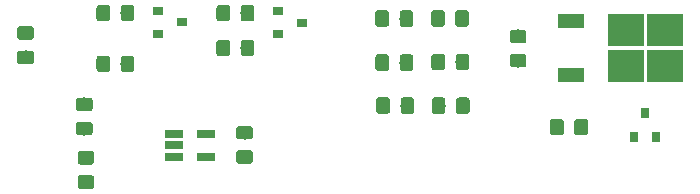
<source format=gbr>
G04 #@! TF.GenerationSoftware,KiCad,Pcbnew,(5.1.4)-1*
G04 #@! TF.CreationDate,2021-07-02T22:09:11-07:00*
G04 #@! TF.ProjectId,RocketPi,526f636b-6574-4506-992e-6b696361645f,rev?*
G04 #@! TF.SameCoordinates,Original*
G04 #@! TF.FileFunction,Paste,Top*
G04 #@! TF.FilePolarity,Positive*
%FSLAX46Y46*%
G04 Gerber Fmt 4.6, Leading zero omitted, Abs format (unit mm)*
G04 Created by KiCad (PCBNEW (5.1.4)-1) date 2021-07-02 22:09:11*
%MOMM*%
%LPD*%
G04 APERTURE LIST*
%ADD10C,0.100000*%
%ADD11C,1.150000*%
%ADD12R,1.560000X0.650000*%
%ADD13R,0.900000X0.800000*%
%ADD14R,3.050000X2.750000*%
%ADD15R,2.200000X1.200000*%
%ADD16R,0.800000X0.900000*%
G04 APERTURE END LIST*
D10*
G36*
X105997105Y-50507604D02*
G01*
X106021373Y-50511204D01*
X106045172Y-50517165D01*
X106068271Y-50525430D01*
X106090450Y-50535920D01*
X106111493Y-50548532D01*
X106131199Y-50563147D01*
X106149377Y-50579623D01*
X106165853Y-50597801D01*
X106180468Y-50617507D01*
X106193080Y-50638550D01*
X106203570Y-50660729D01*
X106211835Y-50683828D01*
X106217796Y-50707627D01*
X106221396Y-50731895D01*
X106222600Y-50756399D01*
X106222600Y-51656401D01*
X106221396Y-51680905D01*
X106217796Y-51705173D01*
X106211835Y-51728972D01*
X106203570Y-51752071D01*
X106193080Y-51774250D01*
X106180468Y-51795293D01*
X106165853Y-51814999D01*
X106149377Y-51833177D01*
X106131199Y-51849653D01*
X106111493Y-51864268D01*
X106090450Y-51876880D01*
X106068271Y-51887370D01*
X106045172Y-51895635D01*
X106021373Y-51901596D01*
X105997105Y-51905196D01*
X105972601Y-51906400D01*
X105322599Y-51906400D01*
X105298095Y-51905196D01*
X105273827Y-51901596D01*
X105250028Y-51895635D01*
X105226929Y-51887370D01*
X105204750Y-51876880D01*
X105183707Y-51864268D01*
X105164001Y-51849653D01*
X105145823Y-51833177D01*
X105129347Y-51814999D01*
X105114732Y-51795293D01*
X105102120Y-51774250D01*
X105091630Y-51752071D01*
X105083365Y-51728972D01*
X105077404Y-51705173D01*
X105073804Y-51680905D01*
X105072600Y-51656401D01*
X105072600Y-50756399D01*
X105073804Y-50731895D01*
X105077404Y-50707627D01*
X105083365Y-50683828D01*
X105091630Y-50660729D01*
X105102120Y-50638550D01*
X105114732Y-50617507D01*
X105129347Y-50597801D01*
X105145823Y-50579623D01*
X105164001Y-50563147D01*
X105183707Y-50548532D01*
X105204750Y-50535920D01*
X105226929Y-50525430D01*
X105250028Y-50517165D01*
X105273827Y-50511204D01*
X105298095Y-50507604D01*
X105322599Y-50506400D01*
X105972601Y-50506400D01*
X105997105Y-50507604D01*
X105997105Y-50507604D01*
G37*
D11*
X105647600Y-51206400D03*
D10*
G36*
X103947105Y-50507604D02*
G01*
X103971373Y-50511204D01*
X103995172Y-50517165D01*
X104018271Y-50525430D01*
X104040450Y-50535920D01*
X104061493Y-50548532D01*
X104081199Y-50563147D01*
X104099377Y-50579623D01*
X104115853Y-50597801D01*
X104130468Y-50617507D01*
X104143080Y-50638550D01*
X104153570Y-50660729D01*
X104161835Y-50683828D01*
X104167796Y-50707627D01*
X104171396Y-50731895D01*
X104172600Y-50756399D01*
X104172600Y-51656401D01*
X104171396Y-51680905D01*
X104167796Y-51705173D01*
X104161835Y-51728972D01*
X104153570Y-51752071D01*
X104143080Y-51774250D01*
X104130468Y-51795293D01*
X104115853Y-51814999D01*
X104099377Y-51833177D01*
X104081199Y-51849653D01*
X104061493Y-51864268D01*
X104040450Y-51876880D01*
X104018271Y-51887370D01*
X103995172Y-51895635D01*
X103971373Y-51901596D01*
X103947105Y-51905196D01*
X103922601Y-51906400D01*
X103272599Y-51906400D01*
X103248095Y-51905196D01*
X103223827Y-51901596D01*
X103200028Y-51895635D01*
X103176929Y-51887370D01*
X103154750Y-51876880D01*
X103133707Y-51864268D01*
X103114001Y-51849653D01*
X103095823Y-51833177D01*
X103079347Y-51814999D01*
X103064732Y-51795293D01*
X103052120Y-51774250D01*
X103041630Y-51752071D01*
X103033365Y-51728972D01*
X103027404Y-51705173D01*
X103023804Y-51680905D01*
X103022600Y-51656401D01*
X103022600Y-50756399D01*
X103023804Y-50731895D01*
X103027404Y-50707627D01*
X103033365Y-50683828D01*
X103041630Y-50660729D01*
X103052120Y-50638550D01*
X103064732Y-50617507D01*
X103079347Y-50597801D01*
X103095823Y-50579623D01*
X103114001Y-50563147D01*
X103133707Y-50548532D01*
X103154750Y-50535920D01*
X103176929Y-50525430D01*
X103200028Y-50517165D01*
X103223827Y-50511204D01*
X103248095Y-50507604D01*
X103272599Y-50506400D01*
X103922601Y-50506400D01*
X103947105Y-50507604D01*
X103947105Y-50507604D01*
G37*
D11*
X103597600Y-51206400D03*
D10*
G36*
X103951905Y-54235604D02*
G01*
X103976173Y-54239204D01*
X103999972Y-54245165D01*
X104023071Y-54253430D01*
X104045250Y-54263920D01*
X104066293Y-54276532D01*
X104085999Y-54291147D01*
X104104177Y-54307623D01*
X104120653Y-54325801D01*
X104135268Y-54345507D01*
X104147880Y-54366550D01*
X104158370Y-54388729D01*
X104166635Y-54411828D01*
X104172596Y-54435627D01*
X104176196Y-54459895D01*
X104177400Y-54484399D01*
X104177400Y-55384401D01*
X104176196Y-55408905D01*
X104172596Y-55433173D01*
X104166635Y-55456972D01*
X104158370Y-55480071D01*
X104147880Y-55502250D01*
X104135268Y-55523293D01*
X104120653Y-55542999D01*
X104104177Y-55561177D01*
X104085999Y-55577653D01*
X104066293Y-55592268D01*
X104045250Y-55604880D01*
X104023071Y-55615370D01*
X103999972Y-55623635D01*
X103976173Y-55629596D01*
X103951905Y-55633196D01*
X103927401Y-55634400D01*
X103277399Y-55634400D01*
X103252895Y-55633196D01*
X103228627Y-55629596D01*
X103204828Y-55623635D01*
X103181729Y-55615370D01*
X103159550Y-55604880D01*
X103138507Y-55592268D01*
X103118801Y-55577653D01*
X103100623Y-55561177D01*
X103084147Y-55542999D01*
X103069532Y-55523293D01*
X103056920Y-55502250D01*
X103046430Y-55480071D01*
X103038165Y-55456972D01*
X103032204Y-55433173D01*
X103028604Y-55408905D01*
X103027400Y-55384401D01*
X103027400Y-54484399D01*
X103028604Y-54459895D01*
X103032204Y-54435627D01*
X103038165Y-54411828D01*
X103046430Y-54388729D01*
X103056920Y-54366550D01*
X103069532Y-54345507D01*
X103084147Y-54325801D01*
X103100623Y-54307623D01*
X103118801Y-54291147D01*
X103138507Y-54276532D01*
X103159550Y-54263920D01*
X103181729Y-54253430D01*
X103204828Y-54245165D01*
X103228627Y-54239204D01*
X103252895Y-54235604D01*
X103277399Y-54234400D01*
X103927401Y-54234400D01*
X103951905Y-54235604D01*
X103951905Y-54235604D01*
G37*
D11*
X103602400Y-54934400D03*
D10*
G36*
X106001905Y-54235604D02*
G01*
X106026173Y-54239204D01*
X106049972Y-54245165D01*
X106073071Y-54253430D01*
X106095250Y-54263920D01*
X106116293Y-54276532D01*
X106135999Y-54291147D01*
X106154177Y-54307623D01*
X106170653Y-54325801D01*
X106185268Y-54345507D01*
X106197880Y-54366550D01*
X106208370Y-54388729D01*
X106216635Y-54411828D01*
X106222596Y-54435627D01*
X106226196Y-54459895D01*
X106227400Y-54484399D01*
X106227400Y-55384401D01*
X106226196Y-55408905D01*
X106222596Y-55433173D01*
X106216635Y-55456972D01*
X106208370Y-55480071D01*
X106197880Y-55502250D01*
X106185268Y-55523293D01*
X106170653Y-55542999D01*
X106154177Y-55561177D01*
X106135999Y-55577653D01*
X106116293Y-55592268D01*
X106095250Y-55604880D01*
X106073071Y-55615370D01*
X106049972Y-55623635D01*
X106026173Y-55629596D01*
X106001905Y-55633196D01*
X105977401Y-55634400D01*
X105327399Y-55634400D01*
X105302895Y-55633196D01*
X105278627Y-55629596D01*
X105254828Y-55623635D01*
X105231729Y-55615370D01*
X105209550Y-55604880D01*
X105188507Y-55592268D01*
X105168801Y-55577653D01*
X105150623Y-55561177D01*
X105134147Y-55542999D01*
X105119532Y-55523293D01*
X105106920Y-55502250D01*
X105096430Y-55480071D01*
X105088165Y-55456972D01*
X105082204Y-55433173D01*
X105078604Y-55408905D01*
X105077400Y-55384401D01*
X105077400Y-54484399D01*
X105078604Y-54459895D01*
X105082204Y-54435627D01*
X105088165Y-54411828D01*
X105096430Y-54388729D01*
X105106920Y-54366550D01*
X105119532Y-54345507D01*
X105134147Y-54325801D01*
X105150623Y-54307623D01*
X105168801Y-54291147D01*
X105188507Y-54276532D01*
X105209550Y-54263920D01*
X105231729Y-54253430D01*
X105254828Y-54245165D01*
X105278627Y-54239204D01*
X105302895Y-54235604D01*
X105327399Y-54234400D01*
X105977401Y-54234400D01*
X106001905Y-54235604D01*
X106001905Y-54235604D01*
G37*
D11*
X105652400Y-54934400D03*
D10*
G36*
X108671505Y-50490204D02*
G01*
X108695773Y-50493804D01*
X108719572Y-50499765D01*
X108742671Y-50508030D01*
X108764850Y-50518520D01*
X108785893Y-50531132D01*
X108805599Y-50545747D01*
X108823777Y-50562223D01*
X108840253Y-50580401D01*
X108854868Y-50600107D01*
X108867480Y-50621150D01*
X108877970Y-50643329D01*
X108886235Y-50666428D01*
X108892196Y-50690227D01*
X108895796Y-50714495D01*
X108897000Y-50738999D01*
X108897000Y-51639001D01*
X108895796Y-51663505D01*
X108892196Y-51687773D01*
X108886235Y-51711572D01*
X108877970Y-51734671D01*
X108867480Y-51756850D01*
X108854868Y-51777893D01*
X108840253Y-51797599D01*
X108823777Y-51815777D01*
X108805599Y-51832253D01*
X108785893Y-51846868D01*
X108764850Y-51859480D01*
X108742671Y-51869970D01*
X108719572Y-51878235D01*
X108695773Y-51884196D01*
X108671505Y-51887796D01*
X108647001Y-51889000D01*
X107996999Y-51889000D01*
X107972495Y-51887796D01*
X107948227Y-51884196D01*
X107924428Y-51878235D01*
X107901329Y-51869970D01*
X107879150Y-51859480D01*
X107858107Y-51846868D01*
X107838401Y-51832253D01*
X107820223Y-51815777D01*
X107803747Y-51797599D01*
X107789132Y-51777893D01*
X107776520Y-51756850D01*
X107766030Y-51734671D01*
X107757765Y-51711572D01*
X107751804Y-51687773D01*
X107748204Y-51663505D01*
X107747000Y-51639001D01*
X107747000Y-50738999D01*
X107748204Y-50714495D01*
X107751804Y-50690227D01*
X107757765Y-50666428D01*
X107766030Y-50643329D01*
X107776520Y-50621150D01*
X107789132Y-50600107D01*
X107803747Y-50580401D01*
X107820223Y-50562223D01*
X107838401Y-50545747D01*
X107858107Y-50531132D01*
X107879150Y-50518520D01*
X107901329Y-50508030D01*
X107924428Y-50499765D01*
X107948227Y-50493804D01*
X107972495Y-50490204D01*
X107996999Y-50489000D01*
X108647001Y-50489000D01*
X108671505Y-50490204D01*
X108671505Y-50490204D01*
G37*
D11*
X108322000Y-51189000D03*
D10*
G36*
X110721505Y-50490204D02*
G01*
X110745773Y-50493804D01*
X110769572Y-50499765D01*
X110792671Y-50508030D01*
X110814850Y-50518520D01*
X110835893Y-50531132D01*
X110855599Y-50545747D01*
X110873777Y-50562223D01*
X110890253Y-50580401D01*
X110904868Y-50600107D01*
X110917480Y-50621150D01*
X110927970Y-50643329D01*
X110936235Y-50666428D01*
X110942196Y-50690227D01*
X110945796Y-50714495D01*
X110947000Y-50738999D01*
X110947000Y-51639001D01*
X110945796Y-51663505D01*
X110942196Y-51687773D01*
X110936235Y-51711572D01*
X110927970Y-51734671D01*
X110917480Y-51756850D01*
X110904868Y-51777893D01*
X110890253Y-51797599D01*
X110873777Y-51815777D01*
X110855599Y-51832253D01*
X110835893Y-51846868D01*
X110814850Y-51859480D01*
X110792671Y-51869970D01*
X110769572Y-51878235D01*
X110745773Y-51884196D01*
X110721505Y-51887796D01*
X110697001Y-51889000D01*
X110046999Y-51889000D01*
X110022495Y-51887796D01*
X109998227Y-51884196D01*
X109974428Y-51878235D01*
X109951329Y-51869970D01*
X109929150Y-51859480D01*
X109908107Y-51846868D01*
X109888401Y-51832253D01*
X109870223Y-51815777D01*
X109853747Y-51797599D01*
X109839132Y-51777893D01*
X109826520Y-51756850D01*
X109816030Y-51734671D01*
X109807765Y-51711572D01*
X109801804Y-51687773D01*
X109798204Y-51663505D01*
X109797000Y-51639001D01*
X109797000Y-50738999D01*
X109798204Y-50714495D01*
X109801804Y-50690227D01*
X109807765Y-50666428D01*
X109816030Y-50643329D01*
X109826520Y-50621150D01*
X109839132Y-50600107D01*
X109853747Y-50580401D01*
X109870223Y-50562223D01*
X109888401Y-50545747D01*
X109908107Y-50531132D01*
X109929150Y-50518520D01*
X109951329Y-50508030D01*
X109974428Y-50499765D01*
X109998227Y-50493804D01*
X110022495Y-50490204D01*
X110046999Y-50489000D01*
X110697001Y-50489000D01*
X110721505Y-50490204D01*
X110721505Y-50490204D01*
G37*
D11*
X110372000Y-51189000D03*
D10*
G36*
X108696905Y-54190604D02*
G01*
X108721173Y-54194204D01*
X108744972Y-54200165D01*
X108768071Y-54208430D01*
X108790250Y-54218920D01*
X108811293Y-54231532D01*
X108830999Y-54246147D01*
X108849177Y-54262623D01*
X108865653Y-54280801D01*
X108880268Y-54300507D01*
X108892880Y-54321550D01*
X108903370Y-54343729D01*
X108911635Y-54366828D01*
X108917596Y-54390627D01*
X108921196Y-54414895D01*
X108922400Y-54439399D01*
X108922400Y-55339401D01*
X108921196Y-55363905D01*
X108917596Y-55388173D01*
X108911635Y-55411972D01*
X108903370Y-55435071D01*
X108892880Y-55457250D01*
X108880268Y-55478293D01*
X108865653Y-55497999D01*
X108849177Y-55516177D01*
X108830999Y-55532653D01*
X108811293Y-55547268D01*
X108790250Y-55559880D01*
X108768071Y-55570370D01*
X108744972Y-55578635D01*
X108721173Y-55584596D01*
X108696905Y-55588196D01*
X108672401Y-55589400D01*
X108022399Y-55589400D01*
X107997895Y-55588196D01*
X107973627Y-55584596D01*
X107949828Y-55578635D01*
X107926729Y-55570370D01*
X107904550Y-55559880D01*
X107883507Y-55547268D01*
X107863801Y-55532653D01*
X107845623Y-55516177D01*
X107829147Y-55497999D01*
X107814532Y-55478293D01*
X107801920Y-55457250D01*
X107791430Y-55435071D01*
X107783165Y-55411972D01*
X107777204Y-55388173D01*
X107773604Y-55363905D01*
X107772400Y-55339401D01*
X107772400Y-54439399D01*
X107773604Y-54414895D01*
X107777204Y-54390627D01*
X107783165Y-54366828D01*
X107791430Y-54343729D01*
X107801920Y-54321550D01*
X107814532Y-54300507D01*
X107829147Y-54280801D01*
X107845623Y-54262623D01*
X107863801Y-54246147D01*
X107883507Y-54231532D01*
X107904550Y-54218920D01*
X107926729Y-54208430D01*
X107949828Y-54200165D01*
X107973627Y-54194204D01*
X107997895Y-54190604D01*
X108022399Y-54189400D01*
X108672401Y-54189400D01*
X108696905Y-54190604D01*
X108696905Y-54190604D01*
G37*
D11*
X108347400Y-54889400D03*
D10*
G36*
X110746905Y-54190604D02*
G01*
X110771173Y-54194204D01*
X110794972Y-54200165D01*
X110818071Y-54208430D01*
X110840250Y-54218920D01*
X110861293Y-54231532D01*
X110880999Y-54246147D01*
X110899177Y-54262623D01*
X110915653Y-54280801D01*
X110930268Y-54300507D01*
X110942880Y-54321550D01*
X110953370Y-54343729D01*
X110961635Y-54366828D01*
X110967596Y-54390627D01*
X110971196Y-54414895D01*
X110972400Y-54439399D01*
X110972400Y-55339401D01*
X110971196Y-55363905D01*
X110967596Y-55388173D01*
X110961635Y-55411972D01*
X110953370Y-55435071D01*
X110942880Y-55457250D01*
X110930268Y-55478293D01*
X110915653Y-55497999D01*
X110899177Y-55516177D01*
X110880999Y-55532653D01*
X110861293Y-55547268D01*
X110840250Y-55559880D01*
X110818071Y-55570370D01*
X110794972Y-55578635D01*
X110771173Y-55584596D01*
X110746905Y-55588196D01*
X110722401Y-55589400D01*
X110072399Y-55589400D01*
X110047895Y-55588196D01*
X110023627Y-55584596D01*
X109999828Y-55578635D01*
X109976729Y-55570370D01*
X109954550Y-55559880D01*
X109933507Y-55547268D01*
X109913801Y-55532653D01*
X109895623Y-55516177D01*
X109879147Y-55497999D01*
X109864532Y-55478293D01*
X109851920Y-55457250D01*
X109841430Y-55435071D01*
X109833165Y-55411972D01*
X109827204Y-55388173D01*
X109823604Y-55363905D01*
X109822400Y-55339401D01*
X109822400Y-54439399D01*
X109823604Y-54414895D01*
X109827204Y-54390627D01*
X109833165Y-54366828D01*
X109841430Y-54343729D01*
X109851920Y-54321550D01*
X109864532Y-54300507D01*
X109879147Y-54280801D01*
X109895623Y-54262623D01*
X109913801Y-54246147D01*
X109933507Y-54231532D01*
X109954550Y-54218920D01*
X109976729Y-54208430D01*
X109999828Y-54200165D01*
X110023627Y-54194204D01*
X110047895Y-54190604D01*
X110072399Y-54189400D01*
X110722401Y-54189400D01*
X110746905Y-54190604D01*
X110746905Y-54190604D01*
G37*
D11*
X110397400Y-54889400D03*
D12*
X88675200Y-61000600D03*
X88675200Y-62900600D03*
X85975200Y-62900600D03*
X85975200Y-61950600D03*
X85975200Y-61000600D03*
D10*
G36*
X82388705Y-54343004D02*
G01*
X82412973Y-54346604D01*
X82436772Y-54352565D01*
X82459871Y-54360830D01*
X82482050Y-54371320D01*
X82503093Y-54383932D01*
X82522799Y-54398547D01*
X82540977Y-54415023D01*
X82557453Y-54433201D01*
X82572068Y-54452907D01*
X82584680Y-54473950D01*
X82595170Y-54496129D01*
X82603435Y-54519228D01*
X82609396Y-54543027D01*
X82612996Y-54567295D01*
X82614200Y-54591799D01*
X82614200Y-55491801D01*
X82612996Y-55516305D01*
X82609396Y-55540573D01*
X82603435Y-55564372D01*
X82595170Y-55587471D01*
X82584680Y-55609650D01*
X82572068Y-55630693D01*
X82557453Y-55650399D01*
X82540977Y-55668577D01*
X82522799Y-55685053D01*
X82503093Y-55699668D01*
X82482050Y-55712280D01*
X82459871Y-55722770D01*
X82436772Y-55731035D01*
X82412973Y-55736996D01*
X82388705Y-55740596D01*
X82364201Y-55741800D01*
X81714199Y-55741800D01*
X81689695Y-55740596D01*
X81665427Y-55736996D01*
X81641628Y-55731035D01*
X81618529Y-55722770D01*
X81596350Y-55712280D01*
X81575307Y-55699668D01*
X81555601Y-55685053D01*
X81537423Y-55668577D01*
X81520947Y-55650399D01*
X81506332Y-55630693D01*
X81493720Y-55609650D01*
X81483230Y-55587471D01*
X81474965Y-55564372D01*
X81469004Y-55540573D01*
X81465404Y-55516305D01*
X81464200Y-55491801D01*
X81464200Y-54591799D01*
X81465404Y-54567295D01*
X81469004Y-54543027D01*
X81474965Y-54519228D01*
X81483230Y-54496129D01*
X81493720Y-54473950D01*
X81506332Y-54452907D01*
X81520947Y-54433201D01*
X81537423Y-54415023D01*
X81555601Y-54398547D01*
X81575307Y-54383932D01*
X81596350Y-54371320D01*
X81618529Y-54360830D01*
X81641628Y-54352565D01*
X81665427Y-54346604D01*
X81689695Y-54343004D01*
X81714199Y-54341800D01*
X82364201Y-54341800D01*
X82388705Y-54343004D01*
X82388705Y-54343004D01*
G37*
D11*
X82039200Y-55041800D03*
D10*
G36*
X80338705Y-54343004D02*
G01*
X80362973Y-54346604D01*
X80386772Y-54352565D01*
X80409871Y-54360830D01*
X80432050Y-54371320D01*
X80453093Y-54383932D01*
X80472799Y-54398547D01*
X80490977Y-54415023D01*
X80507453Y-54433201D01*
X80522068Y-54452907D01*
X80534680Y-54473950D01*
X80545170Y-54496129D01*
X80553435Y-54519228D01*
X80559396Y-54543027D01*
X80562996Y-54567295D01*
X80564200Y-54591799D01*
X80564200Y-55491801D01*
X80562996Y-55516305D01*
X80559396Y-55540573D01*
X80553435Y-55564372D01*
X80545170Y-55587471D01*
X80534680Y-55609650D01*
X80522068Y-55630693D01*
X80507453Y-55650399D01*
X80490977Y-55668577D01*
X80472799Y-55685053D01*
X80453093Y-55699668D01*
X80432050Y-55712280D01*
X80409871Y-55722770D01*
X80386772Y-55731035D01*
X80362973Y-55736996D01*
X80338705Y-55740596D01*
X80314201Y-55741800D01*
X79664199Y-55741800D01*
X79639695Y-55740596D01*
X79615427Y-55736996D01*
X79591628Y-55731035D01*
X79568529Y-55722770D01*
X79546350Y-55712280D01*
X79525307Y-55699668D01*
X79505601Y-55685053D01*
X79487423Y-55668577D01*
X79470947Y-55650399D01*
X79456332Y-55630693D01*
X79443720Y-55609650D01*
X79433230Y-55587471D01*
X79424965Y-55564372D01*
X79419004Y-55540573D01*
X79415404Y-55516305D01*
X79414200Y-55491801D01*
X79414200Y-54591799D01*
X79415404Y-54567295D01*
X79419004Y-54543027D01*
X79424965Y-54519228D01*
X79433230Y-54496129D01*
X79443720Y-54473950D01*
X79456332Y-54452907D01*
X79470947Y-54433201D01*
X79487423Y-54415023D01*
X79505601Y-54398547D01*
X79525307Y-54383932D01*
X79546350Y-54371320D01*
X79568529Y-54360830D01*
X79591628Y-54352565D01*
X79615427Y-54346604D01*
X79639695Y-54343004D01*
X79664199Y-54341800D01*
X80314201Y-54341800D01*
X80338705Y-54343004D01*
X80338705Y-54343004D01*
G37*
D11*
X79989200Y-55041800D03*
D10*
G36*
X82388705Y-50031004D02*
G01*
X82412973Y-50034604D01*
X82436772Y-50040565D01*
X82459871Y-50048830D01*
X82482050Y-50059320D01*
X82503093Y-50071932D01*
X82522799Y-50086547D01*
X82540977Y-50103023D01*
X82557453Y-50121201D01*
X82572068Y-50140907D01*
X82584680Y-50161950D01*
X82595170Y-50184129D01*
X82603435Y-50207228D01*
X82609396Y-50231027D01*
X82612996Y-50255295D01*
X82614200Y-50279799D01*
X82614200Y-51179801D01*
X82612996Y-51204305D01*
X82609396Y-51228573D01*
X82603435Y-51252372D01*
X82595170Y-51275471D01*
X82584680Y-51297650D01*
X82572068Y-51318693D01*
X82557453Y-51338399D01*
X82540977Y-51356577D01*
X82522799Y-51373053D01*
X82503093Y-51387668D01*
X82482050Y-51400280D01*
X82459871Y-51410770D01*
X82436772Y-51419035D01*
X82412973Y-51424996D01*
X82388705Y-51428596D01*
X82364201Y-51429800D01*
X81714199Y-51429800D01*
X81689695Y-51428596D01*
X81665427Y-51424996D01*
X81641628Y-51419035D01*
X81618529Y-51410770D01*
X81596350Y-51400280D01*
X81575307Y-51387668D01*
X81555601Y-51373053D01*
X81537423Y-51356577D01*
X81520947Y-51338399D01*
X81506332Y-51318693D01*
X81493720Y-51297650D01*
X81483230Y-51275471D01*
X81474965Y-51252372D01*
X81469004Y-51228573D01*
X81465404Y-51204305D01*
X81464200Y-51179801D01*
X81464200Y-50279799D01*
X81465404Y-50255295D01*
X81469004Y-50231027D01*
X81474965Y-50207228D01*
X81483230Y-50184129D01*
X81493720Y-50161950D01*
X81506332Y-50140907D01*
X81520947Y-50121201D01*
X81537423Y-50103023D01*
X81555601Y-50086547D01*
X81575307Y-50071932D01*
X81596350Y-50059320D01*
X81618529Y-50048830D01*
X81641628Y-50040565D01*
X81665427Y-50034604D01*
X81689695Y-50031004D01*
X81714199Y-50029800D01*
X82364201Y-50029800D01*
X82388705Y-50031004D01*
X82388705Y-50031004D01*
G37*
D11*
X82039200Y-50729800D03*
D10*
G36*
X80338705Y-50031004D02*
G01*
X80362973Y-50034604D01*
X80386772Y-50040565D01*
X80409871Y-50048830D01*
X80432050Y-50059320D01*
X80453093Y-50071932D01*
X80472799Y-50086547D01*
X80490977Y-50103023D01*
X80507453Y-50121201D01*
X80522068Y-50140907D01*
X80534680Y-50161950D01*
X80545170Y-50184129D01*
X80553435Y-50207228D01*
X80559396Y-50231027D01*
X80562996Y-50255295D01*
X80564200Y-50279799D01*
X80564200Y-51179801D01*
X80562996Y-51204305D01*
X80559396Y-51228573D01*
X80553435Y-51252372D01*
X80545170Y-51275471D01*
X80534680Y-51297650D01*
X80522068Y-51318693D01*
X80507453Y-51338399D01*
X80490977Y-51356577D01*
X80472799Y-51373053D01*
X80453093Y-51387668D01*
X80432050Y-51400280D01*
X80409871Y-51410770D01*
X80386772Y-51419035D01*
X80362973Y-51424996D01*
X80338705Y-51428596D01*
X80314201Y-51429800D01*
X79664199Y-51429800D01*
X79639695Y-51428596D01*
X79615427Y-51424996D01*
X79591628Y-51419035D01*
X79568529Y-51410770D01*
X79546350Y-51400280D01*
X79525307Y-51387668D01*
X79505601Y-51373053D01*
X79487423Y-51356577D01*
X79470947Y-51338399D01*
X79456332Y-51318693D01*
X79443720Y-51297650D01*
X79433230Y-51275471D01*
X79424965Y-51252372D01*
X79419004Y-51228573D01*
X79415404Y-51204305D01*
X79414200Y-51179801D01*
X79414200Y-50279799D01*
X79415404Y-50255295D01*
X79419004Y-50231027D01*
X79424965Y-50207228D01*
X79433230Y-50184129D01*
X79443720Y-50161950D01*
X79456332Y-50140907D01*
X79470947Y-50121201D01*
X79487423Y-50103023D01*
X79505601Y-50086547D01*
X79525307Y-50071932D01*
X79546350Y-50059320D01*
X79568529Y-50048830D01*
X79591628Y-50040565D01*
X79615427Y-50034604D01*
X79639695Y-50031004D01*
X79664199Y-50029800D01*
X80314201Y-50029800D01*
X80338705Y-50031004D01*
X80338705Y-50031004D01*
G37*
D11*
X79989200Y-50729800D03*
D10*
G36*
X92546505Y-53004404D02*
G01*
X92570773Y-53008004D01*
X92594572Y-53013965D01*
X92617671Y-53022230D01*
X92639850Y-53032720D01*
X92660893Y-53045332D01*
X92680599Y-53059947D01*
X92698777Y-53076423D01*
X92715253Y-53094601D01*
X92729868Y-53114307D01*
X92742480Y-53135350D01*
X92752970Y-53157529D01*
X92761235Y-53180628D01*
X92767196Y-53204427D01*
X92770796Y-53228695D01*
X92772000Y-53253199D01*
X92772000Y-54153201D01*
X92770796Y-54177705D01*
X92767196Y-54201973D01*
X92761235Y-54225772D01*
X92752970Y-54248871D01*
X92742480Y-54271050D01*
X92729868Y-54292093D01*
X92715253Y-54311799D01*
X92698777Y-54329977D01*
X92680599Y-54346453D01*
X92660893Y-54361068D01*
X92639850Y-54373680D01*
X92617671Y-54384170D01*
X92594572Y-54392435D01*
X92570773Y-54398396D01*
X92546505Y-54401996D01*
X92522001Y-54403200D01*
X91871999Y-54403200D01*
X91847495Y-54401996D01*
X91823227Y-54398396D01*
X91799428Y-54392435D01*
X91776329Y-54384170D01*
X91754150Y-54373680D01*
X91733107Y-54361068D01*
X91713401Y-54346453D01*
X91695223Y-54329977D01*
X91678747Y-54311799D01*
X91664132Y-54292093D01*
X91651520Y-54271050D01*
X91641030Y-54248871D01*
X91632765Y-54225772D01*
X91626804Y-54201973D01*
X91623204Y-54177705D01*
X91622000Y-54153201D01*
X91622000Y-53253199D01*
X91623204Y-53228695D01*
X91626804Y-53204427D01*
X91632765Y-53180628D01*
X91641030Y-53157529D01*
X91651520Y-53135350D01*
X91664132Y-53114307D01*
X91678747Y-53094601D01*
X91695223Y-53076423D01*
X91713401Y-53059947D01*
X91733107Y-53045332D01*
X91754150Y-53032720D01*
X91776329Y-53022230D01*
X91799428Y-53013965D01*
X91823227Y-53008004D01*
X91847495Y-53004404D01*
X91871999Y-53003200D01*
X92522001Y-53003200D01*
X92546505Y-53004404D01*
X92546505Y-53004404D01*
G37*
D11*
X92197000Y-53703200D03*
D10*
G36*
X90496505Y-53004404D02*
G01*
X90520773Y-53008004D01*
X90544572Y-53013965D01*
X90567671Y-53022230D01*
X90589850Y-53032720D01*
X90610893Y-53045332D01*
X90630599Y-53059947D01*
X90648777Y-53076423D01*
X90665253Y-53094601D01*
X90679868Y-53114307D01*
X90692480Y-53135350D01*
X90702970Y-53157529D01*
X90711235Y-53180628D01*
X90717196Y-53204427D01*
X90720796Y-53228695D01*
X90722000Y-53253199D01*
X90722000Y-54153201D01*
X90720796Y-54177705D01*
X90717196Y-54201973D01*
X90711235Y-54225772D01*
X90702970Y-54248871D01*
X90692480Y-54271050D01*
X90679868Y-54292093D01*
X90665253Y-54311799D01*
X90648777Y-54329977D01*
X90630599Y-54346453D01*
X90610893Y-54361068D01*
X90589850Y-54373680D01*
X90567671Y-54384170D01*
X90544572Y-54392435D01*
X90520773Y-54398396D01*
X90496505Y-54401996D01*
X90472001Y-54403200D01*
X89821999Y-54403200D01*
X89797495Y-54401996D01*
X89773227Y-54398396D01*
X89749428Y-54392435D01*
X89726329Y-54384170D01*
X89704150Y-54373680D01*
X89683107Y-54361068D01*
X89663401Y-54346453D01*
X89645223Y-54329977D01*
X89628747Y-54311799D01*
X89614132Y-54292093D01*
X89601520Y-54271050D01*
X89591030Y-54248871D01*
X89582765Y-54225772D01*
X89576804Y-54201973D01*
X89573204Y-54177705D01*
X89572000Y-54153201D01*
X89572000Y-53253199D01*
X89573204Y-53228695D01*
X89576804Y-53204427D01*
X89582765Y-53180628D01*
X89591030Y-53157529D01*
X89601520Y-53135350D01*
X89614132Y-53114307D01*
X89628747Y-53094601D01*
X89645223Y-53076423D01*
X89663401Y-53059947D01*
X89683107Y-53045332D01*
X89704150Y-53032720D01*
X89726329Y-53022230D01*
X89749428Y-53013965D01*
X89773227Y-53008004D01*
X89797495Y-53004404D01*
X89821999Y-53003200D01*
X90472001Y-53003200D01*
X90496505Y-53004404D01*
X90496505Y-53004404D01*
G37*
D11*
X90147000Y-53703200D03*
D10*
G36*
X92546505Y-50054404D02*
G01*
X92570773Y-50058004D01*
X92594572Y-50063965D01*
X92617671Y-50072230D01*
X92639850Y-50082720D01*
X92660893Y-50095332D01*
X92680599Y-50109947D01*
X92698777Y-50126423D01*
X92715253Y-50144601D01*
X92729868Y-50164307D01*
X92742480Y-50185350D01*
X92752970Y-50207529D01*
X92761235Y-50230628D01*
X92767196Y-50254427D01*
X92770796Y-50278695D01*
X92772000Y-50303199D01*
X92772000Y-51203201D01*
X92770796Y-51227705D01*
X92767196Y-51251973D01*
X92761235Y-51275772D01*
X92752970Y-51298871D01*
X92742480Y-51321050D01*
X92729868Y-51342093D01*
X92715253Y-51361799D01*
X92698777Y-51379977D01*
X92680599Y-51396453D01*
X92660893Y-51411068D01*
X92639850Y-51423680D01*
X92617671Y-51434170D01*
X92594572Y-51442435D01*
X92570773Y-51448396D01*
X92546505Y-51451996D01*
X92522001Y-51453200D01*
X91871999Y-51453200D01*
X91847495Y-51451996D01*
X91823227Y-51448396D01*
X91799428Y-51442435D01*
X91776329Y-51434170D01*
X91754150Y-51423680D01*
X91733107Y-51411068D01*
X91713401Y-51396453D01*
X91695223Y-51379977D01*
X91678747Y-51361799D01*
X91664132Y-51342093D01*
X91651520Y-51321050D01*
X91641030Y-51298871D01*
X91632765Y-51275772D01*
X91626804Y-51251973D01*
X91623204Y-51227705D01*
X91622000Y-51203201D01*
X91622000Y-50303199D01*
X91623204Y-50278695D01*
X91626804Y-50254427D01*
X91632765Y-50230628D01*
X91641030Y-50207529D01*
X91651520Y-50185350D01*
X91664132Y-50164307D01*
X91678747Y-50144601D01*
X91695223Y-50126423D01*
X91713401Y-50109947D01*
X91733107Y-50095332D01*
X91754150Y-50082720D01*
X91776329Y-50072230D01*
X91799428Y-50063965D01*
X91823227Y-50058004D01*
X91847495Y-50054404D01*
X91871999Y-50053200D01*
X92522001Y-50053200D01*
X92546505Y-50054404D01*
X92546505Y-50054404D01*
G37*
D11*
X92197000Y-50753200D03*
D10*
G36*
X90496505Y-50054404D02*
G01*
X90520773Y-50058004D01*
X90544572Y-50063965D01*
X90567671Y-50072230D01*
X90589850Y-50082720D01*
X90610893Y-50095332D01*
X90630599Y-50109947D01*
X90648777Y-50126423D01*
X90665253Y-50144601D01*
X90679868Y-50164307D01*
X90692480Y-50185350D01*
X90702970Y-50207529D01*
X90711235Y-50230628D01*
X90717196Y-50254427D01*
X90720796Y-50278695D01*
X90722000Y-50303199D01*
X90722000Y-51203201D01*
X90720796Y-51227705D01*
X90717196Y-51251973D01*
X90711235Y-51275772D01*
X90702970Y-51298871D01*
X90692480Y-51321050D01*
X90679868Y-51342093D01*
X90665253Y-51361799D01*
X90648777Y-51379977D01*
X90630599Y-51396453D01*
X90610893Y-51411068D01*
X90589850Y-51423680D01*
X90567671Y-51434170D01*
X90544572Y-51442435D01*
X90520773Y-51448396D01*
X90496505Y-51451996D01*
X90472001Y-51453200D01*
X89821999Y-51453200D01*
X89797495Y-51451996D01*
X89773227Y-51448396D01*
X89749428Y-51442435D01*
X89726329Y-51434170D01*
X89704150Y-51423680D01*
X89683107Y-51411068D01*
X89663401Y-51396453D01*
X89645223Y-51379977D01*
X89628747Y-51361799D01*
X89614132Y-51342093D01*
X89601520Y-51321050D01*
X89591030Y-51298871D01*
X89582765Y-51275772D01*
X89576804Y-51251973D01*
X89573204Y-51227705D01*
X89572000Y-51203201D01*
X89572000Y-50303199D01*
X89573204Y-50278695D01*
X89576804Y-50254427D01*
X89582765Y-50230628D01*
X89591030Y-50207529D01*
X89601520Y-50185350D01*
X89614132Y-50164307D01*
X89628747Y-50144601D01*
X89645223Y-50126423D01*
X89663401Y-50109947D01*
X89683107Y-50095332D01*
X89704150Y-50082720D01*
X89726329Y-50072230D01*
X89749428Y-50063965D01*
X89773227Y-50058004D01*
X89797495Y-50054404D01*
X89821999Y-50053200D01*
X90472001Y-50053200D01*
X90496505Y-50054404D01*
X90496505Y-50054404D01*
G37*
D11*
X90147000Y-50753200D03*
D10*
G36*
X104032305Y-57873604D02*
G01*
X104056573Y-57877204D01*
X104080372Y-57883165D01*
X104103471Y-57891430D01*
X104125650Y-57901920D01*
X104146693Y-57914532D01*
X104166399Y-57929147D01*
X104184577Y-57945623D01*
X104201053Y-57963801D01*
X104215668Y-57983507D01*
X104228280Y-58004550D01*
X104238770Y-58026729D01*
X104247035Y-58049828D01*
X104252996Y-58073627D01*
X104256596Y-58097895D01*
X104257800Y-58122399D01*
X104257800Y-59022401D01*
X104256596Y-59046905D01*
X104252996Y-59071173D01*
X104247035Y-59094972D01*
X104238770Y-59118071D01*
X104228280Y-59140250D01*
X104215668Y-59161293D01*
X104201053Y-59180999D01*
X104184577Y-59199177D01*
X104166399Y-59215653D01*
X104146693Y-59230268D01*
X104125650Y-59242880D01*
X104103471Y-59253370D01*
X104080372Y-59261635D01*
X104056573Y-59267596D01*
X104032305Y-59271196D01*
X104007801Y-59272400D01*
X103357799Y-59272400D01*
X103333295Y-59271196D01*
X103309027Y-59267596D01*
X103285228Y-59261635D01*
X103262129Y-59253370D01*
X103239950Y-59242880D01*
X103218907Y-59230268D01*
X103199201Y-59215653D01*
X103181023Y-59199177D01*
X103164547Y-59180999D01*
X103149932Y-59161293D01*
X103137320Y-59140250D01*
X103126830Y-59118071D01*
X103118565Y-59094972D01*
X103112604Y-59071173D01*
X103109004Y-59046905D01*
X103107800Y-59022401D01*
X103107800Y-58122399D01*
X103109004Y-58097895D01*
X103112604Y-58073627D01*
X103118565Y-58049828D01*
X103126830Y-58026729D01*
X103137320Y-58004550D01*
X103149932Y-57983507D01*
X103164547Y-57963801D01*
X103181023Y-57945623D01*
X103199201Y-57929147D01*
X103218907Y-57914532D01*
X103239950Y-57901920D01*
X103262129Y-57891430D01*
X103285228Y-57883165D01*
X103309027Y-57877204D01*
X103333295Y-57873604D01*
X103357799Y-57872400D01*
X104007801Y-57872400D01*
X104032305Y-57873604D01*
X104032305Y-57873604D01*
G37*
D11*
X103682800Y-58572400D03*
D10*
G36*
X106082305Y-57873604D02*
G01*
X106106573Y-57877204D01*
X106130372Y-57883165D01*
X106153471Y-57891430D01*
X106175650Y-57901920D01*
X106196693Y-57914532D01*
X106216399Y-57929147D01*
X106234577Y-57945623D01*
X106251053Y-57963801D01*
X106265668Y-57983507D01*
X106278280Y-58004550D01*
X106288770Y-58026729D01*
X106297035Y-58049828D01*
X106302996Y-58073627D01*
X106306596Y-58097895D01*
X106307800Y-58122399D01*
X106307800Y-59022401D01*
X106306596Y-59046905D01*
X106302996Y-59071173D01*
X106297035Y-59094972D01*
X106288770Y-59118071D01*
X106278280Y-59140250D01*
X106265668Y-59161293D01*
X106251053Y-59180999D01*
X106234577Y-59199177D01*
X106216399Y-59215653D01*
X106196693Y-59230268D01*
X106175650Y-59242880D01*
X106153471Y-59253370D01*
X106130372Y-59261635D01*
X106106573Y-59267596D01*
X106082305Y-59271196D01*
X106057801Y-59272400D01*
X105407799Y-59272400D01*
X105383295Y-59271196D01*
X105359027Y-59267596D01*
X105335228Y-59261635D01*
X105312129Y-59253370D01*
X105289950Y-59242880D01*
X105268907Y-59230268D01*
X105249201Y-59215653D01*
X105231023Y-59199177D01*
X105214547Y-59180999D01*
X105199932Y-59161293D01*
X105187320Y-59140250D01*
X105176830Y-59118071D01*
X105168565Y-59094972D01*
X105162604Y-59071173D01*
X105159004Y-59046905D01*
X105157800Y-59022401D01*
X105157800Y-58122399D01*
X105159004Y-58097895D01*
X105162604Y-58073627D01*
X105168565Y-58049828D01*
X105176830Y-58026729D01*
X105187320Y-58004550D01*
X105199932Y-57983507D01*
X105214547Y-57963801D01*
X105231023Y-57945623D01*
X105249201Y-57929147D01*
X105268907Y-57914532D01*
X105289950Y-57901920D01*
X105312129Y-57891430D01*
X105335228Y-57883165D01*
X105359027Y-57877204D01*
X105383295Y-57873604D01*
X105407799Y-57872400D01*
X106057801Y-57872400D01*
X106082305Y-57873604D01*
X106082305Y-57873604D01*
G37*
D11*
X105732800Y-58572400D03*
D10*
G36*
X120796305Y-59702404D02*
G01*
X120820573Y-59706004D01*
X120844372Y-59711965D01*
X120867471Y-59720230D01*
X120889650Y-59730720D01*
X120910693Y-59743332D01*
X120930399Y-59757947D01*
X120948577Y-59774423D01*
X120965053Y-59792601D01*
X120979668Y-59812307D01*
X120992280Y-59833350D01*
X121002770Y-59855529D01*
X121011035Y-59878628D01*
X121016996Y-59902427D01*
X121020596Y-59926695D01*
X121021800Y-59951199D01*
X121021800Y-60851201D01*
X121020596Y-60875705D01*
X121016996Y-60899973D01*
X121011035Y-60923772D01*
X121002770Y-60946871D01*
X120992280Y-60969050D01*
X120979668Y-60990093D01*
X120965053Y-61009799D01*
X120948577Y-61027977D01*
X120930399Y-61044453D01*
X120910693Y-61059068D01*
X120889650Y-61071680D01*
X120867471Y-61082170D01*
X120844372Y-61090435D01*
X120820573Y-61096396D01*
X120796305Y-61099996D01*
X120771801Y-61101200D01*
X120121799Y-61101200D01*
X120097295Y-61099996D01*
X120073027Y-61096396D01*
X120049228Y-61090435D01*
X120026129Y-61082170D01*
X120003950Y-61071680D01*
X119982907Y-61059068D01*
X119963201Y-61044453D01*
X119945023Y-61027977D01*
X119928547Y-61009799D01*
X119913932Y-60990093D01*
X119901320Y-60969050D01*
X119890830Y-60946871D01*
X119882565Y-60923772D01*
X119876604Y-60899973D01*
X119873004Y-60875705D01*
X119871800Y-60851201D01*
X119871800Y-59951199D01*
X119873004Y-59926695D01*
X119876604Y-59902427D01*
X119882565Y-59878628D01*
X119890830Y-59855529D01*
X119901320Y-59833350D01*
X119913932Y-59812307D01*
X119928547Y-59792601D01*
X119945023Y-59774423D01*
X119963201Y-59757947D01*
X119982907Y-59743332D01*
X120003950Y-59730720D01*
X120026129Y-59720230D01*
X120049228Y-59711965D01*
X120073027Y-59706004D01*
X120097295Y-59702404D01*
X120121799Y-59701200D01*
X120771801Y-59701200D01*
X120796305Y-59702404D01*
X120796305Y-59702404D01*
G37*
D11*
X120446800Y-60401200D03*
D10*
G36*
X118746305Y-59702404D02*
G01*
X118770573Y-59706004D01*
X118794372Y-59711965D01*
X118817471Y-59720230D01*
X118839650Y-59730720D01*
X118860693Y-59743332D01*
X118880399Y-59757947D01*
X118898577Y-59774423D01*
X118915053Y-59792601D01*
X118929668Y-59812307D01*
X118942280Y-59833350D01*
X118952770Y-59855529D01*
X118961035Y-59878628D01*
X118966996Y-59902427D01*
X118970596Y-59926695D01*
X118971800Y-59951199D01*
X118971800Y-60851201D01*
X118970596Y-60875705D01*
X118966996Y-60899973D01*
X118961035Y-60923772D01*
X118952770Y-60946871D01*
X118942280Y-60969050D01*
X118929668Y-60990093D01*
X118915053Y-61009799D01*
X118898577Y-61027977D01*
X118880399Y-61044453D01*
X118860693Y-61059068D01*
X118839650Y-61071680D01*
X118817471Y-61082170D01*
X118794372Y-61090435D01*
X118770573Y-61096396D01*
X118746305Y-61099996D01*
X118721801Y-61101200D01*
X118071799Y-61101200D01*
X118047295Y-61099996D01*
X118023027Y-61096396D01*
X117999228Y-61090435D01*
X117976129Y-61082170D01*
X117953950Y-61071680D01*
X117932907Y-61059068D01*
X117913201Y-61044453D01*
X117895023Y-61027977D01*
X117878547Y-61009799D01*
X117863932Y-60990093D01*
X117851320Y-60969050D01*
X117840830Y-60946871D01*
X117832565Y-60923772D01*
X117826604Y-60899973D01*
X117823004Y-60875705D01*
X117821800Y-60851201D01*
X117821800Y-59951199D01*
X117823004Y-59926695D01*
X117826604Y-59902427D01*
X117832565Y-59878628D01*
X117840830Y-59855529D01*
X117851320Y-59833350D01*
X117863932Y-59812307D01*
X117878547Y-59792601D01*
X117895023Y-59774423D01*
X117913201Y-59757947D01*
X117932907Y-59743332D01*
X117953950Y-59730720D01*
X117976129Y-59720230D01*
X117999228Y-59711965D01*
X118023027Y-59706004D01*
X118047295Y-59702404D01*
X118071799Y-59701200D01*
X118721801Y-59701200D01*
X118746305Y-59702404D01*
X118746305Y-59702404D01*
G37*
D11*
X118396800Y-60401200D03*
D10*
G36*
X78858905Y-59954404D02*
G01*
X78883173Y-59958004D01*
X78906972Y-59963965D01*
X78930071Y-59972230D01*
X78952250Y-59982720D01*
X78973293Y-59995332D01*
X78992999Y-60009947D01*
X79011177Y-60026423D01*
X79027653Y-60044601D01*
X79042268Y-60064307D01*
X79054880Y-60085350D01*
X79065370Y-60107529D01*
X79073635Y-60130628D01*
X79079596Y-60154427D01*
X79083196Y-60178695D01*
X79084400Y-60203199D01*
X79084400Y-60853201D01*
X79083196Y-60877705D01*
X79079596Y-60901973D01*
X79073635Y-60925772D01*
X79065370Y-60948871D01*
X79054880Y-60971050D01*
X79042268Y-60992093D01*
X79027653Y-61011799D01*
X79011177Y-61029977D01*
X78992999Y-61046453D01*
X78973293Y-61061068D01*
X78952250Y-61073680D01*
X78930071Y-61084170D01*
X78906972Y-61092435D01*
X78883173Y-61098396D01*
X78858905Y-61101996D01*
X78834401Y-61103200D01*
X77934399Y-61103200D01*
X77909895Y-61101996D01*
X77885627Y-61098396D01*
X77861828Y-61092435D01*
X77838729Y-61084170D01*
X77816550Y-61073680D01*
X77795507Y-61061068D01*
X77775801Y-61046453D01*
X77757623Y-61029977D01*
X77741147Y-61011799D01*
X77726532Y-60992093D01*
X77713920Y-60971050D01*
X77703430Y-60948871D01*
X77695165Y-60925772D01*
X77689204Y-60901973D01*
X77685604Y-60877705D01*
X77684400Y-60853201D01*
X77684400Y-60203199D01*
X77685604Y-60178695D01*
X77689204Y-60154427D01*
X77695165Y-60130628D01*
X77703430Y-60107529D01*
X77713920Y-60085350D01*
X77726532Y-60064307D01*
X77741147Y-60044601D01*
X77757623Y-60026423D01*
X77775801Y-60009947D01*
X77795507Y-59995332D01*
X77816550Y-59982720D01*
X77838729Y-59972230D01*
X77861828Y-59963965D01*
X77885627Y-59958004D01*
X77909895Y-59954404D01*
X77934399Y-59953200D01*
X78834401Y-59953200D01*
X78858905Y-59954404D01*
X78858905Y-59954404D01*
G37*
D11*
X78384400Y-60528200D03*
D10*
G36*
X78858905Y-57904404D02*
G01*
X78883173Y-57908004D01*
X78906972Y-57913965D01*
X78930071Y-57922230D01*
X78952250Y-57932720D01*
X78973293Y-57945332D01*
X78992999Y-57959947D01*
X79011177Y-57976423D01*
X79027653Y-57994601D01*
X79042268Y-58014307D01*
X79054880Y-58035350D01*
X79065370Y-58057529D01*
X79073635Y-58080628D01*
X79079596Y-58104427D01*
X79083196Y-58128695D01*
X79084400Y-58153199D01*
X79084400Y-58803201D01*
X79083196Y-58827705D01*
X79079596Y-58851973D01*
X79073635Y-58875772D01*
X79065370Y-58898871D01*
X79054880Y-58921050D01*
X79042268Y-58942093D01*
X79027653Y-58961799D01*
X79011177Y-58979977D01*
X78992999Y-58996453D01*
X78973293Y-59011068D01*
X78952250Y-59023680D01*
X78930071Y-59034170D01*
X78906972Y-59042435D01*
X78883173Y-59048396D01*
X78858905Y-59051996D01*
X78834401Y-59053200D01*
X77934399Y-59053200D01*
X77909895Y-59051996D01*
X77885627Y-59048396D01*
X77861828Y-59042435D01*
X77838729Y-59034170D01*
X77816550Y-59023680D01*
X77795507Y-59011068D01*
X77775801Y-58996453D01*
X77757623Y-58979977D01*
X77741147Y-58961799D01*
X77726532Y-58942093D01*
X77713920Y-58921050D01*
X77703430Y-58898871D01*
X77695165Y-58875772D01*
X77689204Y-58851973D01*
X77685604Y-58827705D01*
X77684400Y-58803201D01*
X77684400Y-58153199D01*
X77685604Y-58128695D01*
X77689204Y-58104427D01*
X77695165Y-58080628D01*
X77703430Y-58057529D01*
X77713920Y-58035350D01*
X77726532Y-58014307D01*
X77741147Y-57994601D01*
X77757623Y-57976423D01*
X77775801Y-57959947D01*
X77795507Y-57945332D01*
X77816550Y-57932720D01*
X77838729Y-57922230D01*
X77861828Y-57913965D01*
X77885627Y-57908004D01*
X77909895Y-57904404D01*
X77934399Y-57903200D01*
X78834401Y-57903200D01*
X78858905Y-57904404D01*
X78858905Y-57904404D01*
G37*
D11*
X78384400Y-58478200D03*
D13*
X86614200Y-51529800D03*
X84614200Y-52479800D03*
X84614200Y-50579800D03*
X96772000Y-51553200D03*
X94772000Y-52503200D03*
X94772000Y-50603200D03*
D14*
X124208200Y-55201200D03*
X127558200Y-52151200D03*
X124208200Y-52151200D03*
X127558200Y-55201200D03*
D15*
X119583200Y-55956200D03*
X119583200Y-51396200D03*
D16*
X125857000Y-59232800D03*
X126807000Y-61232800D03*
X124907000Y-61232800D03*
D10*
G36*
X78985905Y-64468204D02*
G01*
X79010173Y-64471804D01*
X79033972Y-64477765D01*
X79057071Y-64486030D01*
X79079250Y-64496520D01*
X79100293Y-64509132D01*
X79119999Y-64523747D01*
X79138177Y-64540223D01*
X79154653Y-64558401D01*
X79169268Y-64578107D01*
X79181880Y-64599150D01*
X79192370Y-64621329D01*
X79200635Y-64644428D01*
X79206596Y-64668227D01*
X79210196Y-64692495D01*
X79211400Y-64716999D01*
X79211400Y-65367001D01*
X79210196Y-65391505D01*
X79206596Y-65415773D01*
X79200635Y-65439572D01*
X79192370Y-65462671D01*
X79181880Y-65484850D01*
X79169268Y-65505893D01*
X79154653Y-65525599D01*
X79138177Y-65543777D01*
X79119999Y-65560253D01*
X79100293Y-65574868D01*
X79079250Y-65587480D01*
X79057071Y-65597970D01*
X79033972Y-65606235D01*
X79010173Y-65612196D01*
X78985905Y-65615796D01*
X78961401Y-65617000D01*
X78061399Y-65617000D01*
X78036895Y-65615796D01*
X78012627Y-65612196D01*
X77988828Y-65606235D01*
X77965729Y-65597970D01*
X77943550Y-65587480D01*
X77922507Y-65574868D01*
X77902801Y-65560253D01*
X77884623Y-65543777D01*
X77868147Y-65525599D01*
X77853532Y-65505893D01*
X77840920Y-65484850D01*
X77830430Y-65462671D01*
X77822165Y-65439572D01*
X77816204Y-65415773D01*
X77812604Y-65391505D01*
X77811400Y-65367001D01*
X77811400Y-64716999D01*
X77812604Y-64692495D01*
X77816204Y-64668227D01*
X77822165Y-64644428D01*
X77830430Y-64621329D01*
X77840920Y-64599150D01*
X77853532Y-64578107D01*
X77868147Y-64558401D01*
X77884623Y-64540223D01*
X77902801Y-64523747D01*
X77922507Y-64509132D01*
X77943550Y-64496520D01*
X77965729Y-64486030D01*
X77988828Y-64477765D01*
X78012627Y-64471804D01*
X78036895Y-64468204D01*
X78061399Y-64467000D01*
X78961401Y-64467000D01*
X78985905Y-64468204D01*
X78985905Y-64468204D01*
G37*
D11*
X78511400Y-65042000D03*
D10*
G36*
X78985905Y-62418204D02*
G01*
X79010173Y-62421804D01*
X79033972Y-62427765D01*
X79057071Y-62436030D01*
X79079250Y-62446520D01*
X79100293Y-62459132D01*
X79119999Y-62473747D01*
X79138177Y-62490223D01*
X79154653Y-62508401D01*
X79169268Y-62528107D01*
X79181880Y-62549150D01*
X79192370Y-62571329D01*
X79200635Y-62594428D01*
X79206596Y-62618227D01*
X79210196Y-62642495D01*
X79211400Y-62666999D01*
X79211400Y-63317001D01*
X79210196Y-63341505D01*
X79206596Y-63365773D01*
X79200635Y-63389572D01*
X79192370Y-63412671D01*
X79181880Y-63434850D01*
X79169268Y-63455893D01*
X79154653Y-63475599D01*
X79138177Y-63493777D01*
X79119999Y-63510253D01*
X79100293Y-63524868D01*
X79079250Y-63537480D01*
X79057071Y-63547970D01*
X79033972Y-63556235D01*
X79010173Y-63562196D01*
X78985905Y-63565796D01*
X78961401Y-63567000D01*
X78061399Y-63567000D01*
X78036895Y-63565796D01*
X78012627Y-63562196D01*
X77988828Y-63556235D01*
X77965729Y-63547970D01*
X77943550Y-63537480D01*
X77922507Y-63524868D01*
X77902801Y-63510253D01*
X77884623Y-63493777D01*
X77868147Y-63475599D01*
X77853532Y-63455893D01*
X77840920Y-63434850D01*
X77830430Y-63412671D01*
X77822165Y-63389572D01*
X77816204Y-63365773D01*
X77812604Y-63341505D01*
X77811400Y-63317001D01*
X77811400Y-62666999D01*
X77812604Y-62642495D01*
X77816204Y-62618227D01*
X77822165Y-62594428D01*
X77830430Y-62571329D01*
X77840920Y-62549150D01*
X77853532Y-62528107D01*
X77868147Y-62508401D01*
X77884623Y-62490223D01*
X77902801Y-62473747D01*
X77922507Y-62459132D01*
X77943550Y-62446520D01*
X77965729Y-62436030D01*
X77988828Y-62427765D01*
X78012627Y-62421804D01*
X78036895Y-62418204D01*
X78061399Y-62417000D01*
X78961401Y-62417000D01*
X78985905Y-62418204D01*
X78985905Y-62418204D01*
G37*
D11*
X78511400Y-62992000D03*
D10*
G36*
X108728105Y-57886604D02*
G01*
X108752373Y-57890204D01*
X108776172Y-57896165D01*
X108799271Y-57904430D01*
X108821450Y-57914920D01*
X108842493Y-57927532D01*
X108862199Y-57942147D01*
X108880377Y-57958623D01*
X108896853Y-57976801D01*
X108911468Y-57996507D01*
X108924080Y-58017550D01*
X108934570Y-58039729D01*
X108942835Y-58062828D01*
X108948796Y-58086627D01*
X108952396Y-58110895D01*
X108953600Y-58135399D01*
X108953600Y-59035401D01*
X108952396Y-59059905D01*
X108948796Y-59084173D01*
X108942835Y-59107972D01*
X108934570Y-59131071D01*
X108924080Y-59153250D01*
X108911468Y-59174293D01*
X108896853Y-59193999D01*
X108880377Y-59212177D01*
X108862199Y-59228653D01*
X108842493Y-59243268D01*
X108821450Y-59255880D01*
X108799271Y-59266370D01*
X108776172Y-59274635D01*
X108752373Y-59280596D01*
X108728105Y-59284196D01*
X108703601Y-59285400D01*
X108053599Y-59285400D01*
X108029095Y-59284196D01*
X108004827Y-59280596D01*
X107981028Y-59274635D01*
X107957929Y-59266370D01*
X107935750Y-59255880D01*
X107914707Y-59243268D01*
X107895001Y-59228653D01*
X107876823Y-59212177D01*
X107860347Y-59193999D01*
X107845732Y-59174293D01*
X107833120Y-59153250D01*
X107822630Y-59131071D01*
X107814365Y-59107972D01*
X107808404Y-59084173D01*
X107804804Y-59059905D01*
X107803600Y-59035401D01*
X107803600Y-58135399D01*
X107804804Y-58110895D01*
X107808404Y-58086627D01*
X107814365Y-58062828D01*
X107822630Y-58039729D01*
X107833120Y-58017550D01*
X107845732Y-57996507D01*
X107860347Y-57976801D01*
X107876823Y-57958623D01*
X107895001Y-57942147D01*
X107914707Y-57927532D01*
X107935750Y-57914920D01*
X107957929Y-57904430D01*
X107981028Y-57896165D01*
X108004827Y-57890204D01*
X108029095Y-57886604D01*
X108053599Y-57885400D01*
X108703601Y-57885400D01*
X108728105Y-57886604D01*
X108728105Y-57886604D01*
G37*
D11*
X108378600Y-58585400D03*
D10*
G36*
X110778105Y-57886604D02*
G01*
X110802373Y-57890204D01*
X110826172Y-57896165D01*
X110849271Y-57904430D01*
X110871450Y-57914920D01*
X110892493Y-57927532D01*
X110912199Y-57942147D01*
X110930377Y-57958623D01*
X110946853Y-57976801D01*
X110961468Y-57996507D01*
X110974080Y-58017550D01*
X110984570Y-58039729D01*
X110992835Y-58062828D01*
X110998796Y-58086627D01*
X111002396Y-58110895D01*
X111003600Y-58135399D01*
X111003600Y-59035401D01*
X111002396Y-59059905D01*
X110998796Y-59084173D01*
X110992835Y-59107972D01*
X110984570Y-59131071D01*
X110974080Y-59153250D01*
X110961468Y-59174293D01*
X110946853Y-59193999D01*
X110930377Y-59212177D01*
X110912199Y-59228653D01*
X110892493Y-59243268D01*
X110871450Y-59255880D01*
X110849271Y-59266370D01*
X110826172Y-59274635D01*
X110802373Y-59280596D01*
X110778105Y-59284196D01*
X110753601Y-59285400D01*
X110103599Y-59285400D01*
X110079095Y-59284196D01*
X110054827Y-59280596D01*
X110031028Y-59274635D01*
X110007929Y-59266370D01*
X109985750Y-59255880D01*
X109964707Y-59243268D01*
X109945001Y-59228653D01*
X109926823Y-59212177D01*
X109910347Y-59193999D01*
X109895732Y-59174293D01*
X109883120Y-59153250D01*
X109872630Y-59131071D01*
X109864365Y-59107972D01*
X109858404Y-59084173D01*
X109854804Y-59059905D01*
X109853600Y-59035401D01*
X109853600Y-58135399D01*
X109854804Y-58110895D01*
X109858404Y-58086627D01*
X109864365Y-58062828D01*
X109872630Y-58039729D01*
X109883120Y-58017550D01*
X109895732Y-57996507D01*
X109910347Y-57976801D01*
X109926823Y-57958623D01*
X109945001Y-57942147D01*
X109964707Y-57927532D01*
X109985750Y-57914920D01*
X110007929Y-57904430D01*
X110031028Y-57896165D01*
X110054827Y-57890204D01*
X110079095Y-57886604D01*
X110103599Y-57885400D01*
X110753601Y-57885400D01*
X110778105Y-57886604D01*
X110778105Y-57886604D01*
G37*
D11*
X110428600Y-58585400D03*
D10*
G36*
X73880505Y-53918204D02*
G01*
X73904773Y-53921804D01*
X73928572Y-53927765D01*
X73951671Y-53936030D01*
X73973850Y-53946520D01*
X73994893Y-53959132D01*
X74014599Y-53973747D01*
X74032777Y-53990223D01*
X74049253Y-54008401D01*
X74063868Y-54028107D01*
X74076480Y-54049150D01*
X74086970Y-54071329D01*
X74095235Y-54094428D01*
X74101196Y-54118227D01*
X74104796Y-54142495D01*
X74106000Y-54166999D01*
X74106000Y-54817001D01*
X74104796Y-54841505D01*
X74101196Y-54865773D01*
X74095235Y-54889572D01*
X74086970Y-54912671D01*
X74076480Y-54934850D01*
X74063868Y-54955893D01*
X74049253Y-54975599D01*
X74032777Y-54993777D01*
X74014599Y-55010253D01*
X73994893Y-55024868D01*
X73973850Y-55037480D01*
X73951671Y-55047970D01*
X73928572Y-55056235D01*
X73904773Y-55062196D01*
X73880505Y-55065796D01*
X73856001Y-55067000D01*
X72955999Y-55067000D01*
X72931495Y-55065796D01*
X72907227Y-55062196D01*
X72883428Y-55056235D01*
X72860329Y-55047970D01*
X72838150Y-55037480D01*
X72817107Y-55024868D01*
X72797401Y-55010253D01*
X72779223Y-54993777D01*
X72762747Y-54975599D01*
X72748132Y-54955893D01*
X72735520Y-54934850D01*
X72725030Y-54912671D01*
X72716765Y-54889572D01*
X72710804Y-54865773D01*
X72707204Y-54841505D01*
X72706000Y-54817001D01*
X72706000Y-54166999D01*
X72707204Y-54142495D01*
X72710804Y-54118227D01*
X72716765Y-54094428D01*
X72725030Y-54071329D01*
X72735520Y-54049150D01*
X72748132Y-54028107D01*
X72762747Y-54008401D01*
X72779223Y-53990223D01*
X72797401Y-53973747D01*
X72817107Y-53959132D01*
X72838150Y-53946520D01*
X72860329Y-53936030D01*
X72883428Y-53927765D01*
X72907227Y-53921804D01*
X72931495Y-53918204D01*
X72955999Y-53917000D01*
X73856001Y-53917000D01*
X73880505Y-53918204D01*
X73880505Y-53918204D01*
G37*
D11*
X73406000Y-54492000D03*
D10*
G36*
X73880505Y-51868204D02*
G01*
X73904773Y-51871804D01*
X73928572Y-51877765D01*
X73951671Y-51886030D01*
X73973850Y-51896520D01*
X73994893Y-51909132D01*
X74014599Y-51923747D01*
X74032777Y-51940223D01*
X74049253Y-51958401D01*
X74063868Y-51978107D01*
X74076480Y-51999150D01*
X74086970Y-52021329D01*
X74095235Y-52044428D01*
X74101196Y-52068227D01*
X74104796Y-52092495D01*
X74106000Y-52116999D01*
X74106000Y-52767001D01*
X74104796Y-52791505D01*
X74101196Y-52815773D01*
X74095235Y-52839572D01*
X74086970Y-52862671D01*
X74076480Y-52884850D01*
X74063868Y-52905893D01*
X74049253Y-52925599D01*
X74032777Y-52943777D01*
X74014599Y-52960253D01*
X73994893Y-52974868D01*
X73973850Y-52987480D01*
X73951671Y-52997970D01*
X73928572Y-53006235D01*
X73904773Y-53012196D01*
X73880505Y-53015796D01*
X73856001Y-53017000D01*
X72955999Y-53017000D01*
X72931495Y-53015796D01*
X72907227Y-53012196D01*
X72883428Y-53006235D01*
X72860329Y-52997970D01*
X72838150Y-52987480D01*
X72817107Y-52974868D01*
X72797401Y-52960253D01*
X72779223Y-52943777D01*
X72762747Y-52925599D01*
X72748132Y-52905893D01*
X72735520Y-52884850D01*
X72725030Y-52862671D01*
X72716765Y-52839572D01*
X72710804Y-52815773D01*
X72707204Y-52791505D01*
X72706000Y-52767001D01*
X72706000Y-52116999D01*
X72707204Y-52092495D01*
X72710804Y-52068227D01*
X72716765Y-52044428D01*
X72725030Y-52021329D01*
X72735520Y-51999150D01*
X72748132Y-51978107D01*
X72762747Y-51958401D01*
X72779223Y-51940223D01*
X72797401Y-51923747D01*
X72817107Y-51909132D01*
X72838150Y-51896520D01*
X72860329Y-51886030D01*
X72883428Y-51877765D01*
X72907227Y-51871804D01*
X72931495Y-51868204D01*
X72955999Y-51867000D01*
X73856001Y-51867000D01*
X73880505Y-51868204D01*
X73880505Y-51868204D01*
G37*
D11*
X73406000Y-52442000D03*
D10*
G36*
X115587305Y-54197604D02*
G01*
X115611573Y-54201204D01*
X115635372Y-54207165D01*
X115658471Y-54215430D01*
X115680650Y-54225920D01*
X115701693Y-54238532D01*
X115721399Y-54253147D01*
X115739577Y-54269623D01*
X115756053Y-54287801D01*
X115770668Y-54307507D01*
X115783280Y-54328550D01*
X115793770Y-54350729D01*
X115802035Y-54373828D01*
X115807996Y-54397627D01*
X115811596Y-54421895D01*
X115812800Y-54446399D01*
X115812800Y-55096401D01*
X115811596Y-55120905D01*
X115807996Y-55145173D01*
X115802035Y-55168972D01*
X115793770Y-55192071D01*
X115783280Y-55214250D01*
X115770668Y-55235293D01*
X115756053Y-55254999D01*
X115739577Y-55273177D01*
X115721399Y-55289653D01*
X115701693Y-55304268D01*
X115680650Y-55316880D01*
X115658471Y-55327370D01*
X115635372Y-55335635D01*
X115611573Y-55341596D01*
X115587305Y-55345196D01*
X115562801Y-55346400D01*
X114662799Y-55346400D01*
X114638295Y-55345196D01*
X114614027Y-55341596D01*
X114590228Y-55335635D01*
X114567129Y-55327370D01*
X114544950Y-55316880D01*
X114523907Y-55304268D01*
X114504201Y-55289653D01*
X114486023Y-55273177D01*
X114469547Y-55254999D01*
X114454932Y-55235293D01*
X114442320Y-55214250D01*
X114431830Y-55192071D01*
X114423565Y-55168972D01*
X114417604Y-55145173D01*
X114414004Y-55120905D01*
X114412800Y-55096401D01*
X114412800Y-54446399D01*
X114414004Y-54421895D01*
X114417604Y-54397627D01*
X114423565Y-54373828D01*
X114431830Y-54350729D01*
X114442320Y-54328550D01*
X114454932Y-54307507D01*
X114469547Y-54287801D01*
X114486023Y-54269623D01*
X114504201Y-54253147D01*
X114523907Y-54238532D01*
X114544950Y-54225920D01*
X114567129Y-54215430D01*
X114590228Y-54207165D01*
X114614027Y-54201204D01*
X114638295Y-54197604D01*
X114662799Y-54196400D01*
X115562801Y-54196400D01*
X115587305Y-54197604D01*
X115587305Y-54197604D01*
G37*
D11*
X115112800Y-54771400D03*
D10*
G36*
X115587305Y-52147604D02*
G01*
X115611573Y-52151204D01*
X115635372Y-52157165D01*
X115658471Y-52165430D01*
X115680650Y-52175920D01*
X115701693Y-52188532D01*
X115721399Y-52203147D01*
X115739577Y-52219623D01*
X115756053Y-52237801D01*
X115770668Y-52257507D01*
X115783280Y-52278550D01*
X115793770Y-52300729D01*
X115802035Y-52323828D01*
X115807996Y-52347627D01*
X115811596Y-52371895D01*
X115812800Y-52396399D01*
X115812800Y-53046401D01*
X115811596Y-53070905D01*
X115807996Y-53095173D01*
X115802035Y-53118972D01*
X115793770Y-53142071D01*
X115783280Y-53164250D01*
X115770668Y-53185293D01*
X115756053Y-53204999D01*
X115739577Y-53223177D01*
X115721399Y-53239653D01*
X115701693Y-53254268D01*
X115680650Y-53266880D01*
X115658471Y-53277370D01*
X115635372Y-53285635D01*
X115611573Y-53291596D01*
X115587305Y-53295196D01*
X115562801Y-53296400D01*
X114662799Y-53296400D01*
X114638295Y-53295196D01*
X114614027Y-53291596D01*
X114590228Y-53285635D01*
X114567129Y-53277370D01*
X114544950Y-53266880D01*
X114523907Y-53254268D01*
X114504201Y-53239653D01*
X114486023Y-53223177D01*
X114469547Y-53204999D01*
X114454932Y-53185293D01*
X114442320Y-53164250D01*
X114431830Y-53142071D01*
X114423565Y-53118972D01*
X114417604Y-53095173D01*
X114414004Y-53070905D01*
X114412800Y-53046401D01*
X114412800Y-52396399D01*
X114414004Y-52371895D01*
X114417604Y-52347627D01*
X114423565Y-52323828D01*
X114431830Y-52300729D01*
X114442320Y-52278550D01*
X114454932Y-52257507D01*
X114469547Y-52237801D01*
X114486023Y-52219623D01*
X114504201Y-52203147D01*
X114523907Y-52188532D01*
X114544950Y-52175920D01*
X114567129Y-52165430D01*
X114590228Y-52157165D01*
X114614027Y-52151204D01*
X114638295Y-52147604D01*
X114662799Y-52146400D01*
X115562801Y-52146400D01*
X115587305Y-52147604D01*
X115587305Y-52147604D01*
G37*
D11*
X115112800Y-52721400D03*
D10*
G36*
X92422505Y-60292004D02*
G01*
X92446773Y-60295604D01*
X92470572Y-60301565D01*
X92493671Y-60309830D01*
X92515850Y-60320320D01*
X92536893Y-60332932D01*
X92556599Y-60347547D01*
X92574777Y-60364023D01*
X92591253Y-60382201D01*
X92605868Y-60401907D01*
X92618480Y-60422950D01*
X92628970Y-60445129D01*
X92637235Y-60468228D01*
X92643196Y-60492027D01*
X92646796Y-60516295D01*
X92648000Y-60540799D01*
X92648000Y-61190801D01*
X92646796Y-61215305D01*
X92643196Y-61239573D01*
X92637235Y-61263372D01*
X92628970Y-61286471D01*
X92618480Y-61308650D01*
X92605868Y-61329693D01*
X92591253Y-61349399D01*
X92574777Y-61367577D01*
X92556599Y-61384053D01*
X92536893Y-61398668D01*
X92515850Y-61411280D01*
X92493671Y-61421770D01*
X92470572Y-61430035D01*
X92446773Y-61435996D01*
X92422505Y-61439596D01*
X92398001Y-61440800D01*
X91497999Y-61440800D01*
X91473495Y-61439596D01*
X91449227Y-61435996D01*
X91425428Y-61430035D01*
X91402329Y-61421770D01*
X91380150Y-61411280D01*
X91359107Y-61398668D01*
X91339401Y-61384053D01*
X91321223Y-61367577D01*
X91304747Y-61349399D01*
X91290132Y-61329693D01*
X91277520Y-61308650D01*
X91267030Y-61286471D01*
X91258765Y-61263372D01*
X91252804Y-61239573D01*
X91249204Y-61215305D01*
X91248000Y-61190801D01*
X91248000Y-60540799D01*
X91249204Y-60516295D01*
X91252804Y-60492027D01*
X91258765Y-60468228D01*
X91267030Y-60445129D01*
X91277520Y-60422950D01*
X91290132Y-60401907D01*
X91304747Y-60382201D01*
X91321223Y-60364023D01*
X91339401Y-60347547D01*
X91359107Y-60332932D01*
X91380150Y-60320320D01*
X91402329Y-60309830D01*
X91425428Y-60301565D01*
X91449227Y-60295604D01*
X91473495Y-60292004D01*
X91497999Y-60290800D01*
X92398001Y-60290800D01*
X92422505Y-60292004D01*
X92422505Y-60292004D01*
G37*
D11*
X91948000Y-60865800D03*
D10*
G36*
X92422505Y-62342004D02*
G01*
X92446773Y-62345604D01*
X92470572Y-62351565D01*
X92493671Y-62359830D01*
X92515850Y-62370320D01*
X92536893Y-62382932D01*
X92556599Y-62397547D01*
X92574777Y-62414023D01*
X92591253Y-62432201D01*
X92605868Y-62451907D01*
X92618480Y-62472950D01*
X92628970Y-62495129D01*
X92637235Y-62518228D01*
X92643196Y-62542027D01*
X92646796Y-62566295D01*
X92648000Y-62590799D01*
X92648000Y-63240801D01*
X92646796Y-63265305D01*
X92643196Y-63289573D01*
X92637235Y-63313372D01*
X92628970Y-63336471D01*
X92618480Y-63358650D01*
X92605868Y-63379693D01*
X92591253Y-63399399D01*
X92574777Y-63417577D01*
X92556599Y-63434053D01*
X92536893Y-63448668D01*
X92515850Y-63461280D01*
X92493671Y-63471770D01*
X92470572Y-63480035D01*
X92446773Y-63485996D01*
X92422505Y-63489596D01*
X92398001Y-63490800D01*
X91497999Y-63490800D01*
X91473495Y-63489596D01*
X91449227Y-63485996D01*
X91425428Y-63480035D01*
X91402329Y-63471770D01*
X91380150Y-63461280D01*
X91359107Y-63448668D01*
X91339401Y-63434053D01*
X91321223Y-63417577D01*
X91304747Y-63399399D01*
X91290132Y-63379693D01*
X91277520Y-63358650D01*
X91267030Y-63336471D01*
X91258765Y-63313372D01*
X91252804Y-63289573D01*
X91249204Y-63265305D01*
X91248000Y-63240801D01*
X91248000Y-62590799D01*
X91249204Y-62566295D01*
X91252804Y-62542027D01*
X91258765Y-62518228D01*
X91267030Y-62495129D01*
X91277520Y-62472950D01*
X91290132Y-62451907D01*
X91304747Y-62432201D01*
X91321223Y-62414023D01*
X91339401Y-62397547D01*
X91359107Y-62382932D01*
X91380150Y-62370320D01*
X91402329Y-62359830D01*
X91425428Y-62351565D01*
X91449227Y-62345604D01*
X91473495Y-62342004D01*
X91497999Y-62340800D01*
X92398001Y-62340800D01*
X92422505Y-62342004D01*
X92422505Y-62342004D01*
G37*
D11*
X91948000Y-62915800D03*
M02*

</source>
